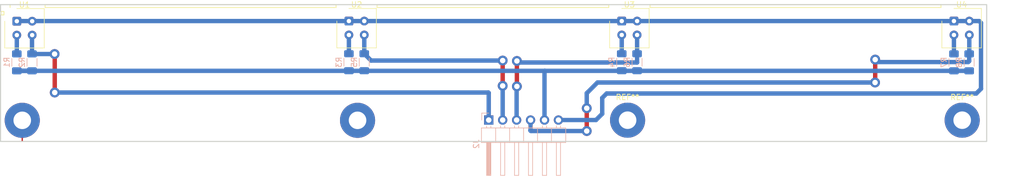
<source format=kicad_pcb>
(kicad_pcb (version 20221018) (generator pcbnew)
  (layers (0 "F.Cu" signal) (31 "B.Cu" signal) (34 "B.Paste" user) (35 "F.Paste" user) (36 "B.SilkS" user "B.Silkscreen") (37 "F.SilkS" user "F.Silkscreen") (38 "B.Mask" user) (39 "F.Mask" user) (44 "Edge.Cuts" user))
  (net 0 "")
  (net 1 "CNY_1")
  (net 2 "CNY_2")
  (net 3 "CNY_3")
  (net 4 "CNY_4")
  (net 5 "GND")
  (net 6 "+5V")
  (net 7 "Net-(U1-K)")
  (net 8 "Net-(U2-K)")
  (net 9 "Net-(U3-K)")
  (net 10 "Net-(U4-K)")
  (footprint "" (layer "F.Cu") (at 114.4524 53.9242)
    (fp_text reference "" (at 0 0) (layer "F.SilkS") (effects (font (size 1.27 1.27))))
    (fp_text value "" (at 0 0) (layer "F.SilkS") (effects (font (size 1.27 1.27))))
    (pad "1" thru_hole circle (at 0 0) (size 6.4 6.4) (drill 3.2) (layers "*.Cu" "*.Mask"))
  )
  (footprint "MountingHole:MountingHole_3.2mm_M3_Pad" (layer "F.Cu") (at 224.6122 53.8988)
    (fp_text reference "REF**" (at 0 -4.2) (layer "F.SilkS"))
    (fp_text value "MountingHole_3.2mm_M3_Pad")
    (pad "1" thru_hole circle (at 0 0) (size 6.4 6.4) (drill 3.2) (layers "*.Cu" "*.Mask"))
  )
  (footprint "OptoDevice:Vishay_CNY70" (layer "F.Cu") (at 112.8776 35.7886)
    (fp_text reference "U2" (at 1.4 -3) (layer "F.SilkS"))
    (fp_text value "CNY70")
    (fp_line (start -2.2 0) (end -2.2 4.9) (stroke (width 0.12)) (layer "F.SilkS"))
    (fp_line (start -2.2 4.9) (end 5 4.9) (stroke (width 0.12)) (layer "F.SilkS"))
    (fp_line (start 5 -2.3) (end 0 -2.3) (stroke (width 0.12)) (layer "F.SilkS"))
    (fp_line (start 5 4.9) (end 5 -2.3) (stroke (width 0.12)) (layer "F.SilkS"))
    (pad "1" thru_hole roundrect (at 0 0) (size 1.6 1.6) (drill 0.8) (layers "*.Cu" "*.Mask") (roundrect_rratio 0.156) (net 6 "+5V"))
    (pad "2" thru_hole circle (at 0 2.54) (size 1.6 1.6) (drill 0.8) (layers "*.Cu" "*.Mask") (net 8 "Net-(U2-K)"))
    (pad "3" thru_hole circle (at 2.8 2.54) (size 1.6 1.6) (drill 0.8) (layers "*.Cu" "*.Mask") (net 2 "CNY_2"))
    (pad "4" thru_hole circle (at 2.8 0) (size 1.6 1.6) (drill 0.8) (layers "*.Cu" "*.Mask") (net 6 "+5V"))
  )
  (footprint "OptoDevice:Vishay_CNY70" (layer "F.Cu") (at 162.5854 35.7886)
    (fp_text reference "U3" (at 1.4 -3) (layer "F.SilkS"))
    (fp_text value "CNY70")
    (fp_line (start -2.2 0) (end -2.2 4.9) (stroke (width 0.12)) (layer "F.SilkS"))
    (fp_line (start -2.2 4.9) (end 5 4.9) (stroke (width 0.12)) (layer "F.SilkS"))
    (fp_line (start 5 -2.3) (end 0 -2.3) (stroke (width 0.12)) (layer "F.SilkS"))
    (fp_line (start 5 4.9) (end 5 -2.3) (stroke (width 0.12)) (layer "F.SilkS"))
    (pad "1" thru_hole roundrect (at 0 0) (size 1.6 1.6) (drill 0.8) (layers "*.Cu" "*.Mask") (roundrect_rratio 0.156) (net 6 "+5V"))
    (pad "2" thru_hole circle (at 0 2.54) (size 1.6 1.6) (drill 0.8) (layers "*.Cu" "*.Mask") (net 9 "Net-(U3-K)"))
    (pad "3" thru_hole circle (at 2.8 2.54) (size 1.6 1.6) (drill 0.8) (layers "*.Cu" "*.Mask") (net 3 "CNY_3"))
    (pad "4" thru_hole circle (at 2.8 0) (size 1.6 1.6) (drill 0.8) (layers "*.Cu" "*.Mask") (net 6 "+5V"))
  )
  (footprint "MountingHole:MountingHole_3.2mm_M3_Pad" (layer "F.Cu") (at 163.6522 53.8988)
    (fp_text reference "REF**" (at 0 -4.2) (layer "F.SilkS"))
    (fp_text value "MountingHole_3.2mm_M3_Pad")
    (pad "1" thru_hole circle (at 0 0) (size 6.4 6.4) (drill 3.2) (layers "*.Cu" "*.Mask"))
  )
  (footprint "OptoDevice:Vishay_CNY70" (layer "F.Cu") (at 52.3748 35.814)
    (fp_text reference "U1" (at 1.4 -3) (layer "F.SilkS"))
    (fp_text value "CNY70")
    (fp_line (start -2.2 0) (end -2.2 4.9) (stroke (width 0.12)) (layer "F.SilkS"))
    (fp_line (start -2.2 4.9) (end 5 4.9) (stroke (width 0.12)) (layer "F.SilkS"))
    (fp_line (start 5 -2.3) (end 0 -2.3) (stroke (width 0.12)) (layer "F.SilkS"))
    (fp_line (start 5 4.9) (end 5 -2.3) (stroke (width 0.12)) (layer "F.SilkS"))
    (pad "1" thru_hole roundrect (at 0 0) (size 1.6 1.6) (drill 0.8) (layers "*.Cu" "*.Mask") (roundrect_rratio 0.156) (net 6 "+5V"))
    (pad "2" thru_hole circle (at 0 2.54) (size 1.6 1.6) (drill 0.8) (layers "*.Cu" "*.Mask") (net 7 "Net-(U1-K)"))
    (pad "3" thru_hole circle (at 2.8 2.54) (size 1.6 1.6) (drill 0.8) (layers "*.Cu" "*.Mask") (net 1 "CNY_1"))
    (pad "4" thru_hole circle (at 2.8 0) (size 1.6 1.6) (drill 0.8) (layers "*.Cu" "*.Mask") (net 6 "+5V"))
  )
  (footprint "OptoDevice:Vishay_CNY70" (layer "F.Cu") (at 223.1076 35.7886)
    (fp_text reference "U4" (at 1.4 -3) (layer "F.SilkS"))
    (fp_text value "CNY70")
    (fp_line (start -2.2 0) (end -2.2 4.9) (stroke (width 0.12)) (layer "F.SilkS"))
    (fp_line (start -2.2 4.9) (end 5 4.9) (stroke (width 0.12)) (layer "F.SilkS"))
    (fp_line (start 5 -2.3) (end 0 -2.3) (stroke (width 0.12)) (layer "F.SilkS"))
    (fp_line (start 5 4.9) (end 5 -2.3) (stroke (width 0.12)) (layer "F.SilkS"))
    (pad "1" thru_hole roundrect (at 0 0) (size 1.6 1.6) (drill 0.8) (layers "*.Cu" "*.Mask") (roundrect_rratio 0.156) (net 6 "+5V"))
    (pad "2" thru_hole circle (at 0 2.54) (size 1.6 1.6) (drill 0.8) (layers "*.Cu" "*.Mask") (net 10 "Net-(U4-K)"))
    (pad "3" thru_hole circle (at 2.8 2.54) (size 1.6 1.6) (drill 0.8) (layers "*.Cu" "*.Mask") (net 4 "CNY_4"))
    (pad "4" thru_hole circle (at 2.8 0) (size 1.6 1.6) (drill 0.8) (layers "*.Cu" "*.Mask") (net 6 "+5V"))
  )
  (footprint "" (layer "F.Cu") (at 53.3654 53.9242)
    (fp_text reference "" (at 0 0) (layer "F.SilkS") (effects (font (size 1.27 1.27))))
    (fp_text value "" (at 0 0) (layer "F.SilkS") (effects (font (size 1.27 1.27))))
    (pad "1" thru_hole circle (at 0 0) (size 6.4 6.4) (drill 3.2) (layers "*.Cu" "*.Mask"))
  )
  (footprint "Resistor_SMD:R_1206_3216Metric_Pad1.30x1.75mm_HandSolder" (layer "B.Cu") (at 52.3748 43.3318 -90)
    (fp_text reference "R1" (at 0 1.82 90) (layer "B.SilkS") (effects (justify mirror)))
    (fp_text value "180")
    (fp_line (start -0.727064 -0.91) (end 0.727064 -0.91) (stroke (width 0.12)) (layer "B.SilkS"))
    (fp_line (start -0.727064 0.91) (end 0.727064 0.91) (stroke (width 0.12)) (layer "B.SilkS"))
    (pad "1" smd roundrect (at -1.55 0 270) (size 1.3 1.75) (layers "B.Cu" "B.Paste" "B.Mask") (roundrect_rratio 0.192308) (net 7 "Net-(U1-K)"))
    (pad "2" smd roundrect (at 1.55 0 270) (size 1.3 1.75) (layers "B.Cu" "B.Paste" "B.Mask") (roundrect_rratio 0.192308) (net 5 "GND"))
  )
  (footprint "Resistor_SMD:R_1206_3216Metric_Pad1.30x1.75mm_HandSolder" (layer "B.Cu") (at 115.6716 43.3064 -90)
    (fp_text reference "R5" (at 0 1.82 90) (layer "B.SilkS") (effects (justify mirror)))
    (fp_text value "10K")
    (fp_line (start -0.727064 -0.91) (end 0.727064 -0.91) (stroke (width 0.12)) (layer "B.SilkS"))
    (fp_line (start -0.727064 0.91) (end 0.727064 0.91) (stroke (width 0.12)) (layer "B.SilkS"))
    (pad "1" smd roundrect (at -1.55 0 270) (size 1.3 1.75) (layers "B.Cu" "B.Paste" "B.Mask") (roundrect_rratio 0.192308) (net 2 "CNY_2"))
    (pad "2" smd roundrect (at 1.55 0 270) (size 1.3 1.75) (layers "B.Cu" "B.Paste" "B.Mask") (roundrect_rratio 0.192308) (net 5 "GND"))
  )
  (footprint "Resistor_SMD:R_1206_3216Metric_Pad1.30x1.75mm_HandSolder" (layer "B.Cu") (at 55.1434 43.3318 -90)
    (fp_text reference "R2" (at 0 1.82 90) (layer "B.SilkS") (effects (justify mirror)))
    (fp_text value "10K")
    (fp_line (start -0.727064 -0.91) (end 0.727064 -0.91) (stroke (width 0.12)) (layer "B.SilkS"))
    (fp_line (start -0.727064 0.91) (end 0.727064 0.91) (stroke (width 0.12)) (layer "B.SilkS"))
    (pad "1" smd roundrect (at -1.55 0 270) (size 1.3 1.75) (layers "B.Cu" "B.Paste" "B.Mask") (roundrect_rratio 0.192308) (net 1 "CNY_1"))
    (pad "2" smd roundrect (at 1.55 0 270) (size 1.3 1.75) (layers "B.Cu" "B.Paste" "B.Mask") (roundrect_rratio 0.192308) (net 5 "GND"))
  )
  (footprint "Resistor_SMD:R_1206_3216Metric_Pad1.30x1.75mm_HandSolder" (layer "B.Cu") (at 165.3794 43.3064 -90)
    (fp_text reference "R6" (at 0 1.82 90) (layer "B.SilkS") (effects (justify mirror)))
    (fp_text value "10K")
    (fp_line (start -0.727064 -0.91) (end 0.727064 -0.91) (stroke (width 0.12)) (layer "B.SilkS"))
    (fp_line (start -0.727064 0.91) (end 0.727064 0.91) (stroke (width 0.12)) (layer "B.SilkS"))
    (pad "1" smd roundrect (at -1.55 0 270) (size 1.3 1.75) (layers "B.Cu" "B.Paste" "B.Mask") (roundrect_rratio 0.192308) (net 3 "CNY_3"))
    (pad "2" smd roundrect (at 1.55 0 270) (size 1.3 1.75) (layers "B.Cu" "B.Paste" "B.Mask") (roundrect_rratio 0.192308) (net 5 "GND"))
  )
  (footprint "Resistor_SMD:R_1206_3216Metric_Pad1.30x1.75mm_HandSolder" (layer "B.Cu") (at 162.5854 43.3064 -90)
    (fp_text reference "R4" (at 0 1.82 90) (layer "B.SilkS") (effects (justify mirror)))
    (fp_text value "180")
    (fp_line (start -0.727064 -0.91) (end 0.727064 -0.91) (stroke (width 0.12)) (layer "B.SilkS"))
    (fp_line (start -0.727064 0.91) (end 0.727064 0.91) (stroke (width 0.12)) (layer "B.SilkS"))
    (pad "1" smd roundrect (at -1.55 0 270) (size 1.3 1.75) (layers "B.Cu" "B.Paste" "B.Mask") (roundrect_rratio 0.192308) (net 9 "Net-(U3-K)"))
    (pad "2" smd roundrect (at 1.55 0 270) (size 1.3 1.75) (layers "B.Cu" "B.Paste" "B.Mask") (roundrect_rratio 0.192308) (net 5 "GND"))
  )
  (footprint "Resistor_SMD:R_1206_3216Metric_Pad1.30x1.75mm_HandSolder" (layer "B.Cu") (at 223.1136 43.3318 -90)
    (fp_text reference "R7" (at 0 1.82 90) (layer "B.SilkS") (effects (justify mirror)))
    (fp_text value "180")
    (fp_line (start -0.727064 -0.91) (end 0.727064 -0.91) (stroke (width 0.12)) (layer "B.SilkS"))
    (fp_line (start -0.727064 0.91) (end 0.727064 0.91) (stroke (width 0.12)) (layer "B.SilkS"))
    (pad "1" smd roundrect (at -1.55 0 270) (size 1.3 1.75) (layers "B.Cu" "B.Paste" "B.Mask") (roundrect_rratio 0.192308) (net 10 "Net-(U4-K)"))
    (pad "2" smd roundrect (at 1.55 0 270) (size 1.3 1.75) (layers "B.Cu" "B.Paste" "B.Mask") (roundrect_rratio 0.192308) (net 5 "GND"))
  )
  (footprint "Resistor_SMD:R_1206_3216Metric_Pad1.30x1.75mm_HandSolder" (layer "B.Cu") (at 112.8776 43.3064 -90)
    (fp_text reference "R3" (at 0 1.82 90) (layer "B.SilkS") (effects (justify mirror)))
    (fp_text value "180")
    (fp_line (start -0.727064 -0.91) (end 0.727064 -0.91) (stroke (width 0.12)) (layer "B.SilkS"))
    (fp_line (start -0.727064 0.91) (end 0.727064 0.91) (stroke (width 0.12)) (layer "B.SilkS"))
    (pad "1" smd roundrect (at -1.55 0 270) (size 1.3 1.75) (layers "B.Cu" "B.Paste" "B.Mask") (roundrect_rratio 0.192308) (net 8 "Net-(U2-K)"))
    (pad "2" smd roundrect (at 1.55 0 270) (size 1.3 1.75) (layers "B.Cu" "B.Paste" "B.Mask") (roundrect_rratio 0.192308) (net 5 "GND"))
  )
  (footprint "Resistor_SMD:R_1206_3216Metric_Pad1.30x1.75mm_HandSolder" (layer "B.Cu") (at 225.8822 43.3318 -90)
    (fp_text reference "R8" (at 0 1.82 90) (layer "B.SilkS") (effects (justify mirror)))
    (fp_text value "10K")
    (fp_line (start -0.727064 -0.91) (end 0.727064 -0.91) (stroke (width 0.12)) (layer "B.SilkS"))
    (fp_line (start -0.727064 0.91) (end 0.727064 0.91) (stroke (width 0.12)) (layer "B.SilkS"))
    (pad "1" smd roundrect (at -1.55 0 270) (size 1.3 1.75) (layers "B.Cu" "B.Paste" "B.Mask") (roundrect_rratio 0.192308) (net 4 "CNY_4"))
    (pad "2" smd roundrect (at 1.55 0 270) (size 1.3 1.75) (layers "B.Cu" "B.Paste" "B.Mask") (roundrect_rratio 0.192308) (net 5 "GND"))
  )
  (footprint "Connector_PinHeader_2.54mm:PinHeader_1x06_P2.54mm_Horizontal" (layer "B.Cu") (at 138.3538 53.8734 -90)
    (fp_text reference "J2" (at 4.385 2.27 90) (layer "B.SilkS") (effects (justify mirror)))
    (fp_text value "Conn_01x06_Pin")
    (fp_line (start -1.27 0) (end -1.27 1.27) (stroke (width 0.12)) (layer "B.SilkS"))
    (fp_line (start -1.27 1.27) (end 0 1.27) (stroke (width 0.12)) (layer "B.SilkS"))
    (fp_line (start 1.042929 -13.08) (end 1.44 -13.08) (stroke (width 0.12)) (layer "B.SilkS"))
    (fp_line (start 1.042929 -12.32) (end 1.44 -12.32) (stroke (width 0.12)) (layer "B.SilkS"))
    (fp_line (start 1.042929 -10.54) (end 1.44 -10.54) (stroke (width 0.12)) (layer "B.SilkS"))
    (fp_line (start 1.042929 -9.78) (end 1.44 -9.78) (stroke (width 0.12)) (layer "B.SilkS"))
    (fp_line (start 1.042929 -8) (end 1.44 -8) (stroke (width 0.12)) (layer "B.SilkS"))
    (fp_line (start 1.042929 -7.24) (end 1.44 -7.24) (stroke (width 0.12)) (layer "B.SilkS"))
    (fp_line (start 1.042929 -5.46) (end 1.44 -5.46) (stroke (width 0.12)) (layer "B.SilkS"))
    (fp_line (start 1.042929 -4.7) (end 1.44 -4.7) (stroke (width 0.12)) (layer "B.SilkS"))
    (fp_line (start 1.042929 -2.92) (end 1.44 -2.92) (stroke (width 0.12)) (layer "B.SilkS"))
    (fp_line (start 1.042929 -2.16) (end 1.44 -2.16) (stroke (width 0.12)) (layer "B.SilkS"))
    (fp_line (start 1.11 -0.38) (end 1.44 -0.38) (stroke (width 0.12)) (layer "B.SilkS"))
    (fp_line (start 1.11 0.38) (end 1.44 0.38) (stroke (width 0.12)) (layer "B.SilkS"))
    (fp_line (start 1.44 -14.03) (end 4.1 -14.03) (stroke (width 0.12)) (layer "B.SilkS"))
    (fp_line (start 1.44 -11.43) (end 4.1 -11.43) (stroke (width 0.12)) (layer "B.SilkS"))
    (fp_line (start 1.44 -8.89) (end 4.1 -8.89) (stroke (width 0.12)) (layer "B.SilkS"))
    (fp_line (start 1.44 -6.35) (end 4.1 -6.35) (stroke (width 0.12)) (layer "B.SilkS"))
    (fp_line (start 1.44 -3.81) (end 4.1 -3.81) (stroke (width 0.12)) (layer "B.SilkS"))
    (fp_line (start 1.44 -1.27) (end 4.1 -1.27) (stroke (width 0.12)) (layer "B.SilkS"))
    (fp_line (start 1.44 1.33) (end 1.44 -14.03) (stroke (width 0.12)) (layer "B.SilkS"))
    (fp_line (start 4.1 -14.03) (end 4.1 1.33) (stroke (width 0.12)) (layer "B.SilkS"))
    (fp_line (start 4.1 -12.32) (end 10.1 -12.32) (stroke (width 0.12)) (layer "B.SilkS"))
    (fp_line (start 4.1 -9.78) (end 10.1 -9.78) (stroke (width 0.12)) (layer "B.SilkS"))
    (fp_line (start 4.1 -7.24) (end 10.1 -7.24) (stroke (width 0.12)) (layer "B.SilkS"))
    (fp_line (start 4.1 -4.7) (end 10.1 -4.7) (stroke (width 0.12)) (layer "B.SilkS"))
    (fp_line (start 4.1 -2.16) (end 10.1 -2.16) (stroke (width 0.12)) (layer "B.SilkS"))
    (fp_line (start 4.1 -0.28) (end 10.1 -0.28) (stroke (width 0.12)) (layer "B.SilkS"))
    (fp_line (start 4.1 -0.16) (end 10.1 -0.16) (stroke (width 0.12)) (layer "B.SilkS"))
    (fp_line (start 4.1 -0.04) (end 10.1 -0.04) (stroke (width 0.12)) (layer "B.SilkS"))
    (fp_line (start 4.1 0.08) (end 10.1 0.08) (stroke (width 0.12)) (layer "B.SilkS"))
    (fp_line (start 4.1 0.2) (end 10.1 0.2) (stroke (width 0.12)) (layer "B.SilkS"))
    (fp_line (start 4.1 0.32) (end 10.1 0.32) (stroke (width 0.12)) (layer "B.SilkS"))
    (fp_line (start 4.1 0.38) (end 10.1 0.38) (stroke (width 0.12)) (layer "B.SilkS"))
    (fp_line (start 4.1 1.33) (end 1.44 1.33) (stroke (width 0.12)) (layer "B.SilkS"))
    (fp_line (start 10.1 -13.08) (end 4.1 -13.08) (stroke (width 0.12)) (layer "B.SilkS"))
    (fp_line (start 10.1 -12.32) (end 10.1 -13.08) (stroke (width 0.12)) (layer "B.SilkS"))
    (fp_line (start 10.1 -10.54) (end 4.1 -10.54) (stroke (width 0.12)) (layer "B.SilkS"))
    (fp_line (start 10.1 -9.78) (end 10.1 -10.54) (stroke (width 0.12)) (layer "B.SilkS"))
    (fp_line (start 10.1 -8) (end 4.1 -8) (stroke (width 0.12)) (layer "B.SilkS"))
    (fp_line (start 10.1 -7.24) (end 10.1 -8) (stroke (width 0.12)) (layer "B.SilkS"))
    (fp_line (start 10.1 -5.46) (end 4.1 -5.46) (stroke (width 0.12)) (layer "B.SilkS"))
    (fp_line (start 10.1 -4.7) (end 10.1 -5.46) (stroke (width 0.12)) (layer "B.SilkS"))
    (fp_line (start 10.1 -2.92) (end 4.1 -2.92) (stroke (width 0.12)) (layer "B.SilkS"))
    (fp_line (start 10.1 -2.16) (end 10.1 -2.92) (stroke (width 0.12)) (layer "B.SilkS"))
    (fp_line (start 10.1 -0.38) (end 4.1 -0.38) (stroke (width 0.12)) (layer "B.SilkS"))
    (fp_line (start 10.1 0.38) (end 10.1 -0.38) (stroke (width 0.12)) (layer "B.SilkS"))
    (pad "1" thru_hole rect (at 0 0 270) (size 1.7 1.7) (drill 1) (layers "*.Cu" "*.Mask") (net 1 "CNY_1"))
    (pad "2" thru_hole oval (at 0 -2.54 270) (size 1.7 1.7) (drill 1) (layers "*.Cu" "*.Mask") (net 2 "CNY_2"))
    (pad "3" thru_hole oval (at 0 -5.08 270) (size 1.7 1.7) (drill 1) (layers "*.Cu" "*.Mask") (net 3 "CNY_3"))
    (pad "4" thru_hole oval (at 0 -7.62 270) (size 1.7 1.7) (drill 1) (layers "*.Cu" "*.Mask") (net 4 "CNY_4"))
    (pad "5" thru_hole oval (at 0 -10.16 270) (size 1.7 1.7) (drill 1) (layers "*.Cu" "*.Mask") (net 5 "GND"))
    (pad "6" thru_hole oval (at 0 -12.7 270) (size 1.7 1.7) (drill 1) (layers "*.Cu" "*.Mask") (net 6 "+5V"))
  )
  (gr_rect (start 118.0084 32.8168) (end 160.2232 33.3248) (stroke (width 0.15)) (fill none) (layer "F.SilkS"))
  (gr_rect (start 167.7416 32.7914) (end 220.7514 33.3248) (stroke (width 0.15)) (fill none) (layer "F.SilkS"))
  (gr_rect (start 57.531 32.7914) (end 110.5408 33.3248) (stroke (width 0.15)) (fill none) (layer "F.SilkS"))
  (gr_line (start 51.1556 32.7914) (end 51.1556 33.2994) (stroke (width 0.15)) (layer "F.SilkS"))
  (gr_rect (start 49.5046 34.036) (end 50.038 34.671) (stroke (width 0.15)) (fill none) (layer "F.SilkS"))
  (gr_rect (start 49.4112 32.785) (end 229.0744 57.785) (stroke (width 0.2)) (fill none) (layer "Edge.Cuts"))
  (segment (start 53.3654 57.6346) (end 53.3654 57.66) (width 0.25) (layer "F.Cu") (net 0))
  (segment (start 53.3654 53.9242) (end 53.3654 57.6346) (width 0.25) (layer "F.Cu") (net 0))
  (segment (start 59.2836 41.8338) (end 59.2582 41.8084) (width 0.8) (layer "F.Cu") (net 1))
  (segment (start 59.2836 48.8442) (end 59.2836 41.8338) (width 0.8) (layer "F.Cu") (net 1))
  (via (at 59.2836 48.8442) (size 1.8) (drill 1) (layers "F.Cu" "B.Cu") (net 1))
  (via (at 59.2582 41.8084) (size 1.8) (drill 1) (layers "F.Cu" "B.Cu") (net 1))
  (segment (start 55.1434 41.7818) (end 55.1434 38.3854) (width 0.8) (layer "B.Cu") (net 1))
  (segment (start 138.3538 48.9204) (end 138.2776 48.8442) (width 0.8) (layer "B.Cu") (net 1))
  (segment (start 59.2582 41.8084) (end 55.17 41.8084) (width 0.8) (layer "B.Cu") (net 1))
  (segment (start 138.2776 48.8442) (end 59.2836 48.8442) (width 0.8) (layer "B.Cu") (net 1))
  (segment (start 55.1434 38.3854) (end 55.1748 38.354) (width 0.8) (layer "B.Cu") (net 1))
  (segment (start 55.17 41.8084) (end 55.1434 41.7818) (width 0.8) (layer "B.Cu") (net 1))
  (segment (start 138.3538 53.8734) (end 138.3538 48.9204) (width 0.8) (layer "B.Cu") (net 1))
  (segment (start 140.8938 43.0022) (end 140.8938 47.625) (width 0.8) (layer "F.Cu") (net 2))
  (via (at 140.8938 47.625) (size 1.8) (drill 1) (layers "F.Cu" "B.Cu") (net 2))
  (via (at 140.8938 43.0022) (size 1.8) (drill 1) (layers "F.Cu" "B.Cu") (net 2))
  (segment (start 115.6716 41.7564) (end 116.9174 43.0022) (width 0.8) (layer "B.Cu") (net 2))
  (segment (start 116.9174 43.0022) (end 140.8938 43.0022) (width 0.8) (layer "B.Cu") (net 2))
  (segment (start 115.6776 38.3286) (end 115.6776 41.7504) (width 0.8) (layer "B.Cu") (net 2))
  (segment (start 140.8938 47.625) (end 140.8938 53.8734) (width 0.8) (layer "B.Cu") (net 2))
  (segment (start 115.6776 41.7504) (end 115.6716 41.7564) (width 0.8) (layer "B.Cu") (net 2))
  (segment (start 143.4846 47.7266) (end 143.4846 43.0784) (width 0.8) (layer "F.Cu") (net 3))
  (via (at 143.4846 47.7266) (size 1.8) (drill 1) (layers "F.Cu" "B.Cu") (net 3))
  (via (at 143.4846 43.0784) (size 1.8) (drill 1) (layers "F.Cu" "B.Cu") (net 3))
  (segment (start 143.4846 43.0784) (end 143.764 43.3578) (width 0.8) (layer "B.Cu") (net 3))
  (segment (start 143.4338 53.8734) (end 143.4338 47.7774) (width 0.8) (layer "B.Cu") (net 3))
  (segment (start 143.4338 47.7774) (end 143.4846 47.7266) (width 0.8) (layer "B.Cu") (net 3))
  (segment (start 165.3854 38.3286) (end 165.3854 41.7504) (width 0.8) (layer "B.Cu") (net 3))
  (segment (start 143.764 43.3578) (end 165.3794 43.3578) (width 0.8) (layer "B.Cu") (net 3))
  (segment (start 165.3854 41.7504) (end 165.3794 41.7564) (width 0.8) (layer "B.Cu") (net 3))
  (segment (start 165.3794 43.3578) (end 165.3794 41.7564) (width 0.8) (layer "B.Cu") (net 3))
  (segment (start 208.7626 46.99) (end 208.7372 47.0154) (width 0.8) (layer "F.Cu") (net 4))
  (segment (start 156.21 51.7144) (end 156.21 55.88) (width 0.8) (layer "F.Cu") (net 4))
  (segment (start 208.7626 42.8244) (end 208.7626 46.99) (width 0.8) (layer "F.Cu") (net 4))
  (via (at 156.21 55.88) (size 1.8) (drill 1) (layers "F.Cu" "B.Cu") (net 4))
  (via (at 208.7626 42.8244) (size 1.8) (drill 1) (layers "F.Cu" "B.Cu") (net 4))
  (via (at 208.7372 47.0154) (size 1.8) (drill 1) (layers "F.Cu" "B.Cu") (net 4))
  (via (at 156.21 51.7144) (size 1.8) (drill 1) (layers "F.Cu" "B.Cu") (net 4))
  (segment (start 225.8822 41.7818) (end 225.8822 43.1038) (width 0.8) (layer "B.Cu") (net 4))
  (segment (start 146.05 55.88) (end 145.9484 55.7784) (width 0.8) (layer "B.Cu") (net 4))
  (segment (start 225.9076 41.7564) (end 225.8822 41.7818) (width 0.8) (layer "B.Cu") (net 4))
  (segment (start 145.9484 55.7784) (end 145.9738 55.753) (width 0.8) (layer "B.Cu") (net 4))
  (segment (start 209.2198 43.2816) (end 208.7626 42.8244) (width 0.8) (layer "B.Cu") (net 4))
  (segment (start 158.1658 47.0154) (end 156.3878 48.7934) (width 0.8) (layer "B.Cu") (net 4))
  (segment (start 156.3878 48.7934) (end 156.21 48.9712) (width 0.8) (layer "B.Cu") (net 4))
  (segment (start 145.9738 55.753) (end 145.9738 53.8734) (width 0.8) (layer "B.Cu") (net 4))
  (segment (start 225.7044 43.2816) (end 209.2198 43.2816) (width 0.8) (layer "B.Cu") (net 4))
  (segment (start 156.21 48.9712) (end 156.21 51.7144) (width 0.8) (layer "B.Cu") (net 4))
  (segment (start 208.7372 47.0154) (end 158.1658 47.0154) (width 0.8) (layer "B.Cu") (net 4))
  (segment (start 156.21 55.88) (end 146.05 55.88) (width 0.8) (layer "B.Cu") (net 4))
  (segment (start 225.8822 43.1038) (end 225.7044 43.2816) (width 0.8) (layer "B.Cu") (net 4))
  (segment (start 225.9076 38.3286) (end 225.9076 41.7564) (width 0.8) (layer "B.Cu") (net 4))
  (segment (start 148.5138 44.9326) (end 148.5646 44.8818) (width 0.8) (layer "B.Cu") (net 5))
  (segment (start 225.8822 44.8818) (end 148.5646 44.8818) (width 0.8) (layer "B.Cu") (net 5))
  (segment (start 148.5138 53.8734) (end 148.5138 44.9326) (width 0.8) (layer "B.Cu") (net 5))
  (segment (start 148.5646 44.8818) (end 52.3748 44.8818) (width 0.8) (layer "B.Cu") (net 5))
  (segment (start 55.1434 44.8818) (end 52.3748 44.8818) (width 0.8) (layer "B.Cu") (net 5))
  (segment (start 159.0294 52.7304) (end 159.0294 49.8348) (width 0.8) (layer "B.Cu") (net 6))
  (segment (start 159.8422 49.022) (end 227.1776 49.022) (width 0.8) (layer "B.Cu") (net 6))
  (segment (start 157.8864 53.8734) (end 159.0294 52.7304) (width 0.8) (layer "B.Cu") (net 6))
  (segment (start 228.0412 48.1584) (end 228.0412 36.1188) (width 0.8) (layer "B.Cu") (net 6))
  (segment (start 52.4002 35.7886) (end 225.9076 35.7886) (width 0.8) (layer "B.Cu") (net 6))
  (segment (start 159.0294 49.8348) (end 159.8422 49.022) (width 0.8) (layer "B.Cu") (net 6))
  (segment (start 52.3748 35.814) (end 52.4002 35.7886) (width 0.8) (layer "B.Cu") (net 6))
  (segment (start 227.1776 49.022) (end 228.0412 48.1584) (width 0.8) (layer "B.Cu") (net 6))
  (segment (start 227.711 35.7886) (end 225.9076 35.7886) (width 0.8) (layer "B.Cu") (net 6))
  (segment (start 228.0412 36.1188) (end 227.711 35.7886) (width 0.8) (layer "B.Cu") (net 6))
  (segment (start 151.0538 53.8734) (end 157.8864 53.8734) (width 0.8) (layer "B.Cu") (net 6))
  (segment (start 52.3748 38.354) (end 52.3748 41.7818) (width 0.8) (layer "B.Cu") (net 7))
  (segment (start 112.8776 41.7564) (end 112.8776 38.3286) (width 0.8) (layer "B.Cu") (net 8))
  (segment (start 162.5854 38.3286) (end 162.5854 41.7564) (width 0.8) (layer "B.Cu") (net 9))
  (segment (start 223.1076 38.3286) (end 223.1076 41.7758) (width 0.8) (layer "B.Cu") (net 10))
  (segment (start 223.1076 41.7758) (end 223.1136 41.7818) (width 0.8) (layer "B.Cu") (net 10))
)
</source>
